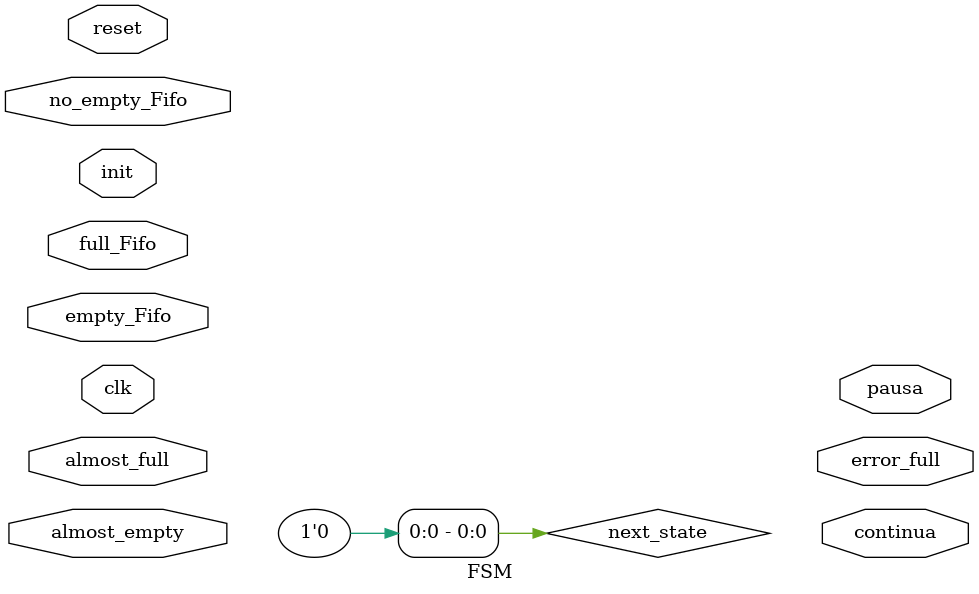
<source format=v>
module FSM( input clk, reset, init, almost_full, almost_empty, empty_Fifo, no_empty_Fifo, full_Fifo,
	output reg [3:0] error_full, pausa, continua);
	reg [2:0] state, next_state;

//Indice de registro de los 6 estados,
 parameter [5:0] Estado_Reset = 0,
		 Idle = 1,
		 Active = 2,
		 Pause = 3,
		 Continue =4,
		 Error = 5;

//Bloque de Flip Flops
 	always @(posedge clk) begin
	if(reset)begin
	  state <= 3'b000;
	  next_state <= 3'b000;
	end else if(init) begin 
		state <= next_state;
	end
		end	

// Bloque de asignacion de los estados y sus transiciones.
 always@(*) begin
	next_state = 3'b000;
	case (1'b1)

		state[Estado_Reset]: if(init && empty_Fifo) begin next_state [Idle] = 1'b1;				

			      	end else if(init && no_empty_Fifo) begin  next_state [Active] = 1'b1;
					end
	
		state[Idle]: if(init && no_empty_Fifo) begin next_state [Active] = 1'b1;				
				
			      end else begin  next_state [Idle] = 1'b1;
				end
		
		state[Active]: if(init && almost_full)begin  next_state [Pause] = 1'b1;
			

			      end else if(init && almost_empty) begin  next_state [Continue] = 1'b1;
					end
		
		state[Pause]: if(init)  next_state [Active] = 1'b1;
					
      		
		state[Continue]: if(init) next_state [Active] = 1'b1;
						
				
		state[Error]: if(init && full_Fifo) begin next_state [Estado_Reset] = 1'b1;

				end
	endcase
end
endmodule

</source>
